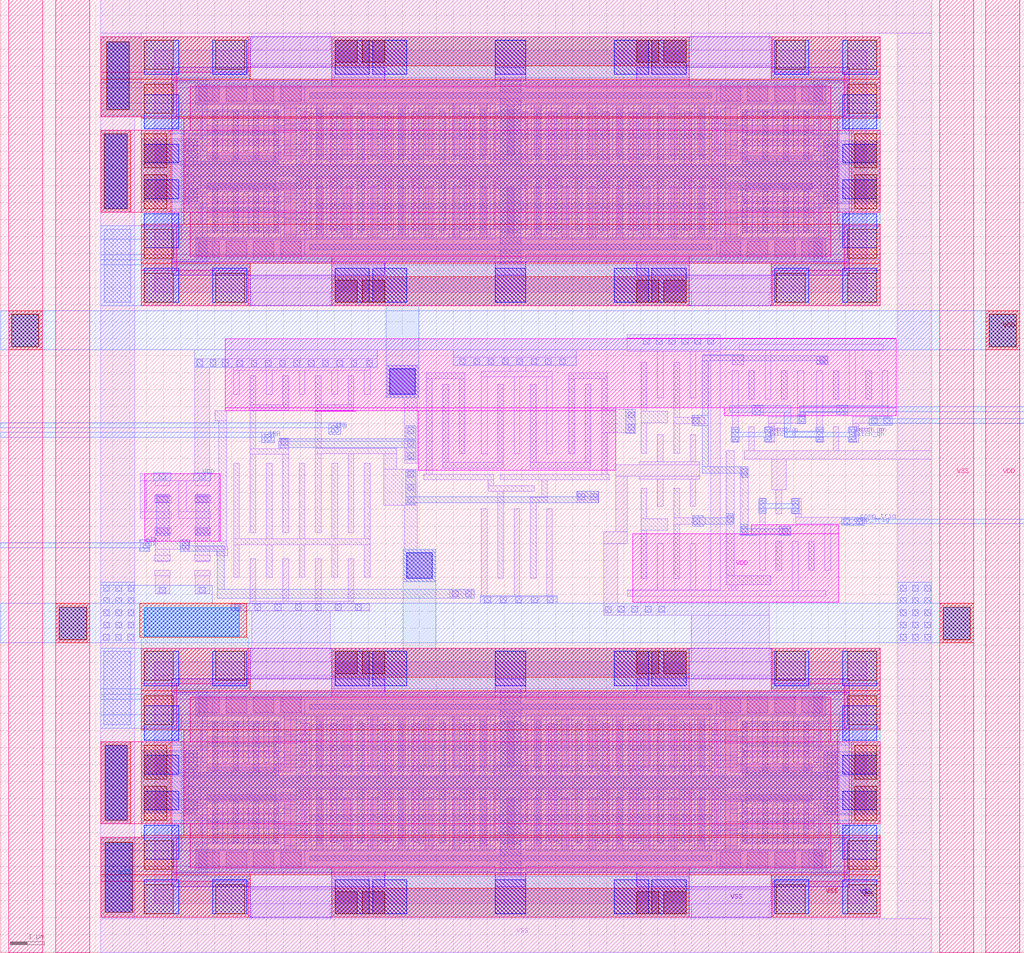
<source format=lef>
VERSION 5.7 ;
  NOWIREEXTENSIONATPIN ON ;
  DIVIDERCHAR "/" ;
  BUSBITCHARS "[]" ;
MACRO adc_comp_latch
  CLASS BLOCK ;
  FOREIGN adc_comp_latch ;
  ORIGIN 2.790 -13.980 ;
  SIZE 30.050 BY 27.980 ;
  PIN latch_q
    ANTENNAGATEAREA 0.303000 ;
    ANTENNADIFFAREA 0.756400 ;
    PORT
      LAYER li1 ;
        RECT 18.690 28.960 18.860 31.070 ;
        RECT 20.610 29.760 20.780 31.070 ;
        RECT 21.750 29.790 22.080 30.050 ;
        RECT 20.610 29.710 20.850 29.760 ;
        RECT 19.750 29.520 20.850 29.710 ;
        RECT 19.750 29.420 19.920 29.520 ;
        RECT 19.650 28.960 19.920 29.420 ;
      LAYER mcon ;
        RECT 21.830 29.840 22.000 30.010 ;
        RECT 20.650 29.560 20.820 29.730 ;
        RECT 18.690 29.040 18.860 29.340 ;
        RECT 19.650 29.040 19.820 29.340 ;
      LAYER met1 ;
        RECT 21.750 30.040 22.080 30.050 ;
        RECT 21.690 30.030 23.280 30.040 ;
        RECT 20.670 30.000 23.280 30.030 ;
        RECT 20.670 29.860 27.260 30.000 ;
        RECT 20.670 29.850 22.080 29.860 ;
        RECT 20.670 29.790 20.850 29.850 ;
        RECT 21.750 29.790 22.080 29.850 ;
        RECT 20.610 29.500 20.850 29.790 ;
        RECT 18.660 29.260 18.890 29.400 ;
        RECT 19.620 29.260 19.850 29.400 ;
        RECT 18.660 29.120 19.850 29.260 ;
        RECT 18.660 28.980 18.890 29.120 ;
        RECT 19.620 28.980 19.850 29.120 ;
    END
  END latch_q
  PIN latch_qn
    ANTENNAGATEAREA 0.303000 ;
    ANTENNADIFFAREA 0.756400 ;
    PORT
      LAYER li1 ;
        RECT 19.270 29.790 19.600 30.050 ;
        RECT 21.170 28.960 21.340 31.070 ;
        RECT 23.090 29.710 23.260 31.070 ;
        RECT 22.230 29.520 23.380 29.710 ;
        RECT 22.230 29.420 22.400 29.520 ;
        RECT 22.710 29.470 23.380 29.520 ;
        RECT 22.130 28.960 22.400 29.420 ;
      LAYER mcon ;
        RECT 19.350 29.840 19.520 30.010 ;
        RECT 22.770 29.500 22.950 29.680 ;
        RECT 23.140 29.500 23.320 29.680 ;
        RECT 21.170 29.040 21.340 29.340 ;
        RECT 22.130 29.040 22.300 29.340 ;
      LAYER met1 ;
        RECT 19.270 30.030 19.600 30.050 ;
        RECT 18.610 29.850 20.400 30.030 ;
        RECT 19.270 29.790 19.600 29.850 ;
        RECT 20.220 29.290 20.400 29.850 ;
        RECT 22.710 29.660 23.380 29.710 ;
        RECT 22.710 29.520 27.260 29.660 ;
        RECT 22.710 29.470 23.380 29.520 ;
        RECT 21.140 29.290 21.370 29.400 ;
        RECT 20.220 29.260 21.370 29.290 ;
        RECT 22.100 29.260 22.330 29.400 ;
        RECT 20.220 29.120 22.330 29.260 ;
        RECT 20.220 29.110 21.370 29.120 ;
        RECT 21.140 28.980 21.370 29.110 ;
        RECT 22.100 28.980 22.330 29.120 ;
    END
  END latch_qn
  PIN comp_trig
    ANTENNADIFFAREA 0.756400 ;
    PORT
      LAYER li1 ;
        RECT 19.490 25.210 19.660 27.320 ;
        RECT 20.450 26.860 20.720 27.320 ;
        RECT 20.550 26.760 20.720 26.860 ;
        RECT 20.550 26.570 22.580 26.760 ;
        RECT 21.410 25.210 21.580 26.570 ;
        RECT 21.900 26.520 22.580 26.570 ;
      LAYER mcon ;
        RECT 19.490 26.940 19.660 27.240 ;
        RECT 20.450 26.940 20.620 27.240 ;
        RECT 21.960 26.550 22.140 26.730 ;
        RECT 22.340 26.550 22.520 26.730 ;
      LAYER met1 ;
        RECT 19.460 27.160 19.690 27.300 ;
        RECT 20.420 27.160 20.650 27.300 ;
        RECT 19.460 27.020 20.650 27.160 ;
        RECT 19.460 26.880 19.690 27.020 ;
        RECT 20.420 26.880 20.650 27.020 ;
        RECT 21.900 26.710 22.580 26.760 ;
        RECT 21.900 26.570 27.260 26.710 ;
        RECT 21.900 26.520 22.580 26.570 ;
    END
  END comp_trig
  PIN VSS
    ANTENNADIFFAREA 79.479301 ;
    PORT
      LAYER pwell ;
        RECT 4.530 39.970 6.930 40.870 ;
        RECT 17.430 39.970 19.830 40.870 ;
        RECT 2.230 39.570 8.480 39.970 ;
        RECT 11.730 39.570 12.630 39.970 ;
        RECT 15.880 39.570 22.130 39.970 ;
        RECT 2.230 34.270 22.130 39.570 ;
        RECT 2.230 33.870 8.480 34.270 ;
        RECT 11.730 33.870 12.630 34.270 ;
        RECT 15.880 33.870 22.130 34.270 ;
        RECT 4.530 32.970 6.930 33.870 ;
        RECT 17.430 32.970 19.830 33.870 ;
        RECT 4.530 22.020 6.930 22.920 ;
        RECT 17.430 22.020 19.830 22.920 ;
        RECT 2.230 21.620 8.480 22.020 ;
        RECT 11.730 21.620 12.630 22.020 ;
        RECT 15.880 21.620 22.130 22.020 ;
        RECT 2.230 16.320 22.130 21.620 ;
        RECT 2.230 15.920 8.480 16.320 ;
        RECT 11.730 15.920 12.630 16.320 ;
        RECT 15.880 15.920 22.130 16.320 ;
        RECT 4.530 15.020 6.930 15.920 ;
        RECT 17.430 15.020 19.830 15.920 ;
      LAYER li1 ;
        RECT 0.150 40.970 24.540 41.960 ;
        RECT 0.150 38.520 1.330 40.970 ;
        RECT 4.580 40.470 6.880 40.970 ;
        RECT 17.480 40.470 19.780 40.970 ;
        RECT 1.730 40.070 22.630 40.470 ;
        RECT 0.150 14.970 1.140 38.520 ;
        RECT 1.730 33.770 2.130 40.070 ;
        RECT 4.580 40.020 6.880 40.070 ;
        RECT 17.480 40.020 19.780 40.070 ;
        RECT 2.930 38.870 21.430 39.470 ;
        RECT 5.530 38.270 5.880 38.870 ;
        RECT 3.280 38.070 5.880 38.270 ;
        RECT 5.530 37.470 5.880 38.070 ;
        RECT 3.280 37.270 5.880 37.470 ;
        RECT 6.480 37.370 6.680 38.870 ;
        RECT 7.280 37.370 7.480 38.870 ;
        RECT 8.080 37.370 8.280 38.870 ;
        RECT 8.880 37.370 9.080 38.870 ;
        RECT 9.680 37.370 9.880 38.870 ;
        RECT 10.480 37.370 10.680 38.870 ;
        RECT 11.280 37.370 11.480 38.870 ;
        RECT 12.080 37.370 12.280 38.870 ;
        RECT 12.880 37.370 13.080 38.870 ;
        RECT 13.680 37.370 13.880 38.870 ;
        RECT 14.480 37.370 14.680 38.870 ;
        RECT 15.280 37.370 15.480 38.870 ;
        RECT 16.080 37.370 16.280 38.870 ;
        RECT 16.880 37.370 17.080 38.870 ;
        RECT 17.680 37.370 17.880 38.870 ;
        RECT 18.480 38.270 18.830 38.870 ;
        RECT 18.480 38.070 21.080 38.270 ;
        RECT 18.480 37.470 18.830 38.070 ;
        RECT 18.480 37.270 21.030 37.470 ;
        RECT 3.280 36.370 5.880 36.570 ;
        RECT 5.530 35.770 5.880 36.370 ;
        RECT 3.280 35.570 5.880 35.770 ;
        RECT 5.530 34.970 5.880 35.570 ;
        RECT 6.480 34.970 6.680 36.470 ;
        RECT 7.280 34.970 7.480 36.470 ;
        RECT 8.080 34.970 8.280 36.470 ;
        RECT 8.880 34.970 9.080 36.470 ;
        RECT 9.680 34.970 9.880 36.470 ;
        RECT 10.480 34.970 10.680 36.470 ;
        RECT 11.280 34.970 11.480 36.470 ;
        RECT 12.080 34.970 12.280 36.470 ;
        RECT 12.880 34.970 13.080 36.470 ;
        RECT 13.680 34.970 13.880 36.470 ;
        RECT 14.480 34.970 14.680 36.470 ;
        RECT 15.280 34.970 15.480 36.470 ;
        RECT 16.080 34.970 16.280 36.470 ;
        RECT 16.880 34.970 17.080 36.470 ;
        RECT 17.680 34.970 17.880 36.470 ;
        RECT 18.480 36.370 21.030 36.570 ;
        RECT 18.480 35.770 18.830 36.370 ;
        RECT 18.480 35.570 21.080 35.770 ;
        RECT 18.480 34.970 18.830 35.570 ;
        RECT 2.930 34.370 21.430 34.970 ;
        RECT 4.580 33.770 6.880 33.820 ;
        RECT 17.480 33.770 19.780 33.820 ;
        RECT 22.230 33.770 22.630 40.070 ;
        RECT 1.730 33.370 22.630 33.770 ;
        RECT 4.580 32.970 6.880 33.370 ;
        RECT 17.480 32.970 19.780 33.370 ;
        RECT 16.490 28.390 16.660 29.180 ;
        RECT 17.450 28.390 17.620 29.180 ;
        RECT 19.170 28.720 19.340 29.420 ;
        RECT 21.650 28.720 21.820 29.420 ;
        RECT 23.550 28.720 24.540 40.970 ;
        RECT 19.040 28.460 24.540 28.720 ;
        RECT 15.950 28.300 17.730 28.390 ;
        RECT 15.270 27.960 17.730 28.300 ;
        RECT 1.730 25.040 2.190 25.210 ;
        RECT 2.900 25.040 3.360 25.210 ;
        RECT 1.750 24.510 2.170 25.040 ;
        RECT 2.920 24.510 3.340 25.040 ;
        RECT 4.530 24.290 4.700 25.550 ;
        RECT 5.490 24.290 5.660 25.540 ;
        RECT 6.450 24.290 6.620 25.540 ;
        RECT 7.410 24.290 7.580 25.540 ;
        RECT 11.320 24.430 11.490 27.010 ;
        RECT 12.280 24.430 12.450 27.010 ;
        RECT 13.240 24.430 13.410 27.010 ;
        RECT 15.270 26.330 15.610 27.960 ;
        RECT 15.950 27.870 17.730 27.960 ;
        RECT 16.490 27.080 16.660 27.870 ;
        RECT 17.450 27.080 17.620 27.870 ;
        RECT 19.850 27.570 20.280 28.460 ;
        RECT 19.970 26.860 20.140 27.570 ;
        RECT 14.920 25.990 15.610 26.330 ;
        RECT 4.530 24.220 7.580 24.290 ;
        RECT 11.290 24.240 13.550 24.430 ;
        RECT 14.920 24.240 15.320 25.990 ;
        RECT 3.960 24.010 8.050 24.220 ;
        RECT 4.580 22.520 6.880 24.010 ;
        RECT 14.920 23.890 19.780 24.240 ;
        RECT 17.480 22.520 19.780 23.890 ;
        RECT 1.730 22.120 22.630 22.520 ;
        RECT 1.730 15.820 2.130 22.120 ;
        RECT 4.580 22.070 6.880 22.120 ;
        RECT 17.480 22.070 19.780 22.120 ;
        RECT 2.930 20.920 21.430 21.520 ;
        RECT 5.530 20.320 5.880 20.920 ;
        RECT 3.280 20.120 5.880 20.320 ;
        RECT 5.530 19.520 5.880 20.120 ;
        RECT 3.280 19.320 5.880 19.520 ;
        RECT 6.480 19.420 6.680 20.920 ;
        RECT 7.280 19.420 7.480 20.920 ;
        RECT 8.080 19.420 8.280 20.920 ;
        RECT 8.880 19.420 9.080 20.920 ;
        RECT 9.680 19.420 9.880 20.920 ;
        RECT 10.480 19.420 10.680 20.920 ;
        RECT 11.280 19.420 11.480 20.920 ;
        RECT 12.080 19.420 12.280 20.920 ;
        RECT 12.880 19.420 13.080 20.920 ;
        RECT 13.680 19.420 13.880 20.920 ;
        RECT 14.480 19.420 14.680 20.920 ;
        RECT 15.280 19.420 15.480 20.920 ;
        RECT 16.080 19.420 16.280 20.920 ;
        RECT 16.880 19.420 17.080 20.920 ;
        RECT 17.680 19.420 17.880 20.920 ;
        RECT 18.480 20.320 18.830 20.920 ;
        RECT 18.480 20.120 21.080 20.320 ;
        RECT 18.480 19.520 18.830 20.120 ;
        RECT 18.480 19.320 21.030 19.520 ;
        RECT 3.280 18.420 5.880 18.620 ;
        RECT 5.530 17.820 5.880 18.420 ;
        RECT 3.280 17.620 5.880 17.820 ;
        RECT 5.530 17.020 5.880 17.620 ;
        RECT 6.480 17.020 6.680 18.520 ;
        RECT 7.280 17.020 7.480 18.520 ;
        RECT 8.080 17.020 8.280 18.520 ;
        RECT 8.880 17.020 9.080 18.520 ;
        RECT 9.680 17.020 9.880 18.520 ;
        RECT 10.480 17.020 10.680 18.520 ;
        RECT 11.280 17.020 11.480 18.520 ;
        RECT 12.080 17.020 12.280 18.520 ;
        RECT 12.880 17.020 13.080 18.520 ;
        RECT 13.680 17.020 13.880 18.520 ;
        RECT 14.480 17.020 14.680 18.520 ;
        RECT 15.280 17.020 15.480 18.520 ;
        RECT 16.080 17.020 16.280 18.520 ;
        RECT 16.880 17.020 17.080 18.520 ;
        RECT 17.680 17.020 17.880 18.520 ;
        RECT 18.480 18.420 21.030 18.620 ;
        RECT 18.480 17.820 18.830 18.420 ;
        RECT 18.480 17.620 21.080 17.820 ;
        RECT 18.480 17.020 18.830 17.620 ;
        RECT 2.930 16.420 21.430 17.020 ;
        RECT 4.580 15.820 6.880 15.870 ;
        RECT 17.480 15.820 19.780 15.870 ;
        RECT 22.230 15.820 22.630 22.120 ;
        RECT 1.730 15.420 22.630 15.820 ;
        RECT 4.580 14.970 6.880 15.420 ;
        RECT 17.480 14.970 19.780 15.420 ;
        RECT 23.550 14.970 24.540 28.460 ;
        RECT 0.150 13.980 24.540 14.970 ;
      LAYER mcon ;
        RECT 0.330 38.720 0.980 40.720 ;
        RECT 0.250 35.820 0.930 38.020 ;
        RECT 0.250 33.070 1.030 35.220 ;
        RECT 3.030 38.970 3.630 39.470 ;
        RECT 3.830 38.970 4.430 39.470 ;
        RECT 4.630 38.970 5.230 39.470 ;
        RECT 5.430 38.970 6.030 39.470 ;
        RECT 18.330 38.970 18.930 39.470 ;
        RECT 19.130 38.970 19.730 39.470 ;
        RECT 19.930 38.970 20.530 39.470 ;
        RECT 20.730 38.970 21.330 39.470 ;
        RECT 3.030 34.370 3.630 34.870 ;
        RECT 3.830 34.370 4.430 34.870 ;
        RECT 4.630 34.370 5.230 34.870 ;
        RECT 5.430 34.370 6.030 34.870 ;
        RECT 18.330 34.370 18.930 34.870 ;
        RECT 19.130 34.370 19.730 34.870 ;
        RECT 19.930 34.370 20.530 34.870 ;
        RECT 20.730 34.370 21.330 34.870 ;
        RECT 0.230 24.590 0.400 24.760 ;
        RECT 0.590 24.590 0.760 24.760 ;
        RECT 0.950 24.590 1.120 24.760 ;
        RECT 1.870 24.540 2.050 24.710 ;
        RECT 3.040 24.540 3.220 24.710 ;
        RECT 0.230 24.230 0.400 24.400 ;
        RECT 0.590 24.230 0.760 24.400 ;
        RECT 0.950 24.230 1.120 24.400 ;
        RECT 11.410 24.250 11.590 24.430 ;
        RECT 11.870 24.250 12.050 24.430 ;
        RECT 12.330 24.250 12.510 24.430 ;
        RECT 12.790 24.250 12.970 24.430 ;
        RECT 13.250 24.250 13.430 24.430 ;
        RECT 23.620 24.590 23.790 24.760 ;
        RECT 23.980 24.590 24.150 24.760 ;
        RECT 24.340 24.590 24.510 24.760 ;
        RECT 0.230 23.870 0.400 24.040 ;
        RECT 0.590 23.870 0.760 24.040 ;
        RECT 0.950 23.870 1.120 24.040 ;
        RECT 4.080 24.030 4.260 24.210 ;
        RECT 4.670 24.030 4.850 24.210 ;
        RECT 5.260 24.030 5.440 24.210 ;
        RECT 5.850 24.030 6.030 24.210 ;
        RECT 6.440 24.030 6.620 24.210 ;
        RECT 7.030 24.030 7.210 24.210 ;
        RECT 7.620 24.030 7.800 24.210 ;
        RECT 0.230 23.510 0.400 23.680 ;
        RECT 0.590 23.510 0.760 23.680 ;
        RECT 0.950 23.510 1.120 23.680 ;
        RECT 0.220 23.150 0.390 23.320 ;
        RECT 0.580 23.150 0.750 23.320 ;
        RECT 0.940 23.150 1.110 23.320 ;
        RECT 0.240 20.670 1.030 22.820 ;
        RECT 14.960 23.960 15.140 24.140 ;
        RECT 15.330 23.970 15.510 24.150 ;
        RECT 15.730 23.970 15.910 24.150 ;
        RECT 16.130 23.970 16.310 24.150 ;
        RECT 16.530 23.970 16.710 24.150 ;
        RECT 23.620 24.230 23.790 24.400 ;
        RECT 23.980 24.230 24.150 24.400 ;
        RECT 24.340 24.230 24.510 24.400 ;
        RECT 23.620 23.870 23.790 24.040 ;
        RECT 23.980 23.870 24.150 24.040 ;
        RECT 24.340 23.870 24.510 24.040 ;
        RECT 23.620 23.510 23.790 23.680 ;
        RECT 23.980 23.510 24.150 23.680 ;
        RECT 24.340 23.510 24.510 23.680 ;
        RECT 23.620 23.150 23.790 23.320 ;
        RECT 23.980 23.150 24.150 23.320 ;
        RECT 24.340 23.150 24.510 23.320 ;
        RECT 0.280 17.870 0.930 20.070 ;
        RECT 0.280 15.170 1.080 17.220 ;
        RECT 3.030 21.020 3.630 21.520 ;
        RECT 3.830 21.020 4.430 21.520 ;
        RECT 4.630 21.020 5.230 21.520 ;
        RECT 5.430 21.020 6.030 21.520 ;
        RECT 18.330 21.020 18.930 21.520 ;
        RECT 19.130 21.020 19.730 21.520 ;
        RECT 19.930 21.020 20.530 21.520 ;
        RECT 20.730 21.020 21.330 21.520 ;
        RECT 3.030 16.420 3.630 16.920 ;
        RECT 3.830 16.420 4.430 16.920 ;
        RECT 4.630 16.420 5.230 16.920 ;
        RECT 5.430 16.420 6.030 16.920 ;
        RECT 18.330 16.420 18.930 16.920 ;
        RECT 19.130 16.420 19.730 16.920 ;
        RECT 19.930 16.420 20.530 16.920 ;
        RECT 20.730 16.420 21.330 16.920 ;
      LAYER met1 ;
        RECT 0.150 39.670 4.530 40.870 ;
        RECT 19.830 39.670 23.030 40.870 ;
        RECT 0.150 39.520 3.630 39.670 ;
        RECT 20.730 39.520 23.030 39.670 ;
        RECT 0.150 39.370 11.730 39.520 ;
        RECT 12.630 39.370 23.030 39.520 ;
        RECT 0.150 38.920 6.130 39.370 ;
        RECT 18.230 38.920 23.030 39.370 ;
        RECT 0.150 38.520 2.530 38.920 ;
        RECT 2.980 38.870 11.730 38.920 ;
        RECT 0.150 35.720 1.030 38.120 ;
        RECT 1.330 38.020 2.530 38.520 ;
        RECT 3.130 37.520 3.280 38.870 ;
        RECT 3.730 37.520 3.880 38.870 ;
        RECT 4.330 37.520 4.480 38.870 ;
        RECT 4.930 37.520 5.080 38.870 ;
        RECT 5.530 38.770 11.730 38.870 ;
        RECT 12.630 38.870 21.380 38.920 ;
        RECT 12.630 38.770 18.830 38.870 ;
        RECT 5.530 38.320 6.130 38.770 ;
        RECT 18.230 38.320 18.830 38.770 ;
        RECT 5.530 38.170 11.730 38.320 ;
        RECT 12.630 38.170 18.830 38.320 ;
        RECT 5.530 37.720 6.130 38.170 ;
        RECT 18.230 37.720 18.830 38.170 ;
        RECT 5.530 37.570 11.730 37.720 ;
        RECT 12.630 37.570 18.830 37.720 ;
        RECT 5.530 37.370 6.130 37.570 ;
        RECT 18.230 37.370 18.830 37.570 ;
        RECT 19.280 37.520 19.430 38.870 ;
        RECT 19.880 37.520 20.030 38.870 ;
        RECT 20.480 37.520 20.630 38.870 ;
        RECT 21.080 37.520 21.230 38.870 ;
        RECT 21.830 38.020 23.030 38.920 ;
        RECT 1.330 35.320 2.530 35.820 ;
        RECT 0.150 34.920 2.530 35.320 ;
        RECT 3.130 34.970 3.280 36.270 ;
        RECT 3.730 34.970 3.880 36.270 ;
        RECT 4.330 34.970 4.480 36.270 ;
        RECT 4.930 34.970 5.080 36.270 ;
        RECT 5.530 36.120 11.730 36.270 ;
        RECT 12.630 36.120 18.830 36.270 ;
        RECT 5.530 35.670 6.130 36.120 ;
        RECT 18.230 35.670 18.830 36.120 ;
        RECT 5.530 35.520 11.730 35.670 ;
        RECT 12.630 35.520 18.830 35.670 ;
        RECT 5.530 35.070 6.130 35.520 ;
        RECT 18.230 35.070 18.830 35.520 ;
        RECT 5.530 34.970 11.730 35.070 ;
        RECT 2.980 34.920 11.730 34.970 ;
        RECT 12.630 34.970 18.830 35.070 ;
        RECT 19.280 34.970 19.430 36.270 ;
        RECT 19.880 34.970 20.030 36.270 ;
        RECT 20.480 34.970 20.630 36.270 ;
        RECT 21.080 34.970 21.230 36.270 ;
        RECT 12.630 34.920 21.380 34.970 ;
        RECT 21.830 34.920 23.030 35.820 ;
        RECT 0.150 34.470 6.130 34.920 ;
        RECT 18.230 34.470 23.030 34.920 ;
        RECT 0.150 34.320 11.730 34.470 ;
        RECT 12.630 34.320 23.030 34.470 ;
        RECT 0.150 34.170 3.630 34.320 ;
        RECT 20.730 34.170 23.030 34.320 ;
        RECT 0.150 32.970 4.530 34.170 ;
        RECT 19.830 32.970 23.030 34.170 ;
        RECT 0.150 24.760 1.150 24.860 ;
        RECT 0.150 24.240 3.420 24.760 ;
        RECT 11.290 24.240 13.550 24.460 ;
        RECT 23.550 24.240 24.540 24.860 ;
        RECT -2.790 23.080 25.780 24.240 ;
        RECT 0.140 21.720 4.530 22.920 ;
        RECT 19.830 21.720 23.030 22.920 ;
        RECT 0.140 21.570 3.630 21.720 ;
        RECT 20.730 21.570 23.030 21.720 ;
        RECT 0.140 21.420 11.730 21.570 ;
        RECT 12.630 21.420 23.030 21.570 ;
        RECT 0.140 20.970 6.130 21.420 ;
        RECT 18.230 20.970 23.030 21.420 ;
        RECT 0.140 20.570 2.530 20.970 ;
        RECT 2.980 20.920 11.730 20.970 ;
        RECT 0.150 17.770 1.030 20.170 ;
        RECT 1.330 20.070 2.530 20.570 ;
        RECT 3.130 19.570 3.280 20.920 ;
        RECT 3.730 19.570 3.880 20.920 ;
        RECT 4.330 19.570 4.480 20.920 ;
        RECT 4.930 19.570 5.080 20.920 ;
        RECT 5.530 20.820 11.730 20.920 ;
        RECT 12.630 20.920 21.380 20.970 ;
        RECT 12.630 20.820 18.830 20.920 ;
        RECT 5.530 20.370 6.130 20.820 ;
        RECT 18.230 20.370 18.830 20.820 ;
        RECT 5.530 20.220 11.730 20.370 ;
        RECT 12.630 20.220 18.830 20.370 ;
        RECT 5.530 19.770 6.130 20.220 ;
        RECT 18.230 19.770 18.830 20.220 ;
        RECT 5.530 19.620 11.730 19.770 ;
        RECT 12.630 19.620 18.830 19.770 ;
        RECT 5.530 19.420 6.130 19.620 ;
        RECT 18.230 19.420 18.830 19.620 ;
        RECT 19.280 19.570 19.430 20.920 ;
        RECT 19.880 19.570 20.030 20.920 ;
        RECT 20.480 19.570 20.630 20.920 ;
        RECT 21.080 19.570 21.230 20.920 ;
        RECT 21.830 20.070 23.030 20.970 ;
        RECT 1.330 17.370 2.530 17.870 ;
        RECT 0.150 16.970 2.530 17.370 ;
        RECT 3.130 17.020 3.280 18.320 ;
        RECT 3.730 17.020 3.880 18.320 ;
        RECT 4.330 17.020 4.480 18.320 ;
        RECT 4.930 17.020 5.080 18.320 ;
        RECT 5.530 18.170 11.730 18.320 ;
        RECT 12.630 18.170 18.830 18.320 ;
        RECT 5.530 17.720 6.130 18.170 ;
        RECT 18.230 17.720 18.830 18.170 ;
        RECT 5.530 17.570 11.730 17.720 ;
        RECT 12.630 17.570 18.830 17.720 ;
        RECT 5.530 17.120 6.130 17.570 ;
        RECT 18.230 17.120 18.830 17.570 ;
        RECT 5.530 17.020 11.730 17.120 ;
        RECT 2.980 16.970 11.730 17.020 ;
        RECT 12.630 17.020 18.830 17.120 ;
        RECT 19.280 17.020 19.430 18.320 ;
        RECT 19.880 17.020 20.030 18.320 ;
        RECT 20.480 17.020 20.630 18.320 ;
        RECT 21.080 17.020 21.230 18.320 ;
        RECT 12.630 16.970 21.380 17.020 ;
        RECT 21.830 16.970 23.030 17.870 ;
        RECT 0.150 16.520 6.130 16.970 ;
        RECT 18.230 16.520 23.030 16.970 ;
        RECT 0.150 16.370 11.730 16.520 ;
        RECT 12.630 16.370 23.030 16.520 ;
        RECT 0.150 16.220 3.630 16.370 ;
        RECT 20.730 16.220 23.030 16.370 ;
        RECT 0.150 15.020 4.530 16.220 ;
        RECT 19.830 15.020 23.030 16.220 ;
      LAYER via ;
        RECT 0.330 38.720 0.980 40.720 ;
        RECT 1.430 39.770 2.430 40.770 ;
        RECT 3.430 39.770 4.430 40.770 ;
        RECT 19.930 39.770 20.930 40.770 ;
        RECT 21.930 39.770 22.930 40.770 ;
        RECT 1.430 38.170 2.430 39.170 ;
        RECT 0.250 35.820 0.930 38.020 ;
        RECT 21.930 38.170 22.930 39.170 ;
        RECT 1.430 34.670 2.430 35.670 ;
        RECT 21.930 34.670 22.930 35.670 ;
        RECT 1.430 33.070 2.430 34.070 ;
        RECT 3.430 33.070 4.430 34.070 ;
        RECT 19.930 33.070 20.930 34.070 ;
        RECT 21.930 33.070 22.930 34.070 ;
        RECT -1.070 23.170 -0.270 24.120 ;
        RECT 1.430 23.270 4.210 24.100 ;
        RECT 24.880 23.170 25.680 24.120 ;
        RECT 1.430 21.820 2.430 22.820 ;
        RECT 3.430 21.820 4.430 22.820 ;
        RECT 19.930 21.820 20.930 22.820 ;
        RECT 21.930 21.820 22.930 22.820 ;
        RECT 1.430 20.220 2.430 21.220 ;
        RECT 0.280 17.870 0.930 20.070 ;
        RECT 21.930 20.220 22.930 21.220 ;
        RECT 0.280 15.170 1.080 17.220 ;
        RECT 1.430 16.720 2.430 17.720 ;
        RECT 21.930 16.720 22.930 17.720 ;
        RECT 1.430 15.120 2.430 16.120 ;
        RECT 3.430 15.120 4.430 16.120 ;
        RECT 19.930 15.120 20.930 16.120 ;
        RECT 21.930 15.120 22.930 16.120 ;
      LAYER met2 ;
        RECT 0.150 39.670 4.530 40.870 ;
        RECT 19.830 39.670 23.030 40.870 ;
        RECT 0.150 38.720 3.280 39.670 ;
        RECT 21.080 38.720 23.030 39.670 ;
        RECT 0.150 38.570 5.280 38.720 ;
        RECT 0.150 38.520 3.280 38.570 ;
        RECT 1.330 38.120 3.280 38.520 ;
        RECT 0.150 35.720 1.030 38.120 ;
        RECT 1.330 38.020 5.280 38.120 ;
        RECT 2.730 37.970 5.280 38.020 ;
        RECT 2.730 37.370 3.280 37.970 ;
        RECT 2.730 37.070 5.280 37.370 ;
        RECT 5.880 37.070 6.030 38.720 ;
        RECT 6.480 37.070 6.630 38.720 ;
        RECT 7.080 37.070 7.230 38.720 ;
        RECT 7.680 37.070 7.830 38.720 ;
        RECT 8.280 37.070 8.430 38.720 ;
        RECT 8.880 37.070 9.030 38.720 ;
        RECT 9.480 37.070 9.630 38.720 ;
        RECT 10.080 37.070 10.230 38.720 ;
        RECT 10.680 37.070 10.830 38.720 ;
        RECT 11.280 37.070 11.430 38.720 ;
        RECT 11.880 37.070 12.480 38.720 ;
        RECT 12.930 37.070 13.080 38.720 ;
        RECT 13.530 37.070 13.680 38.720 ;
        RECT 14.130 37.070 14.280 38.720 ;
        RECT 14.730 37.070 14.880 38.720 ;
        RECT 15.330 37.070 15.480 38.720 ;
        RECT 15.930 37.070 16.080 38.720 ;
        RECT 16.530 37.070 16.680 38.720 ;
        RECT 17.130 37.070 17.280 38.720 ;
        RECT 17.730 37.070 17.880 38.720 ;
        RECT 18.330 37.070 18.480 38.720 ;
        RECT 19.080 38.570 23.030 38.720 ;
        RECT 21.080 38.120 23.030 38.570 ;
        RECT 19.080 38.020 23.030 38.120 ;
        RECT 19.080 37.970 21.630 38.020 ;
        RECT 21.080 37.370 21.630 37.970 ;
        RECT 19.080 37.070 21.630 37.370 ;
        RECT 2.730 36.770 21.630 37.070 ;
        RECT 2.730 36.320 5.280 36.770 ;
        RECT 2.730 35.870 3.280 36.320 ;
        RECT 2.730 35.820 5.280 35.870 ;
        RECT 1.330 35.720 5.280 35.820 ;
        RECT 1.330 35.270 3.280 35.720 ;
        RECT 1.330 35.120 5.280 35.270 ;
        RECT 5.880 35.120 6.030 36.770 ;
        RECT 6.480 35.120 6.630 36.770 ;
        RECT 7.080 35.120 7.230 36.770 ;
        RECT 7.680 35.120 7.830 36.770 ;
        RECT 8.280 35.120 8.430 36.770 ;
        RECT 8.880 35.120 9.030 36.770 ;
        RECT 9.480 35.120 9.630 36.770 ;
        RECT 10.080 35.120 10.230 36.770 ;
        RECT 10.680 35.120 10.830 36.770 ;
        RECT 11.280 35.120 11.430 36.770 ;
        RECT 11.880 35.120 12.480 36.770 ;
        RECT 12.930 35.120 13.080 36.770 ;
        RECT 13.530 35.120 13.680 36.770 ;
        RECT 14.130 35.120 14.280 36.770 ;
        RECT 14.730 35.120 14.880 36.770 ;
        RECT 15.330 35.120 15.480 36.770 ;
        RECT 15.930 35.120 16.080 36.770 ;
        RECT 16.530 35.120 16.680 36.770 ;
        RECT 17.130 35.120 17.280 36.770 ;
        RECT 17.730 35.120 17.880 36.770 ;
        RECT 18.330 35.120 18.480 36.770 ;
        RECT 19.080 36.320 21.630 36.770 ;
        RECT 21.080 35.870 21.630 36.320 ;
        RECT 19.080 35.820 21.630 35.870 ;
        RECT 19.080 35.720 23.030 35.820 ;
        RECT 21.080 35.270 23.030 35.720 ;
        RECT 19.080 35.120 23.030 35.270 ;
        RECT 1.330 34.170 3.280 35.120 ;
        RECT 21.080 34.170 23.030 35.120 ;
        RECT 1.330 32.970 4.530 34.170 ;
        RECT 19.830 32.970 23.030 34.170 ;
        RECT -1.180 23.080 -0.180 24.240 ;
        RECT 1.290 23.240 4.440 24.240 ;
        RECT 1.330 22.920 4.480 23.240 ;
        RECT 24.780 23.080 25.780 24.240 ;
        RECT 1.330 21.720 4.530 22.920 ;
        RECT 19.830 21.720 23.030 22.920 ;
        RECT 1.330 20.770 3.280 21.720 ;
        RECT 21.080 20.770 23.030 21.720 ;
        RECT 1.330 20.620 5.280 20.770 ;
        RECT 1.330 20.170 3.280 20.620 ;
        RECT 0.150 17.770 1.030 20.170 ;
        RECT 1.330 20.070 5.280 20.170 ;
        RECT 2.730 20.020 5.280 20.070 ;
        RECT 2.730 19.420 3.280 20.020 ;
        RECT 2.730 19.120 5.280 19.420 ;
        RECT 5.880 19.120 6.030 20.770 ;
        RECT 6.480 19.120 6.630 20.770 ;
        RECT 7.080 19.120 7.230 20.770 ;
        RECT 7.680 19.120 7.830 20.770 ;
        RECT 8.280 19.120 8.430 20.770 ;
        RECT 8.880 19.120 9.030 20.770 ;
        RECT 9.480 19.120 9.630 20.770 ;
        RECT 10.080 19.120 10.230 20.770 ;
        RECT 10.680 19.120 10.830 20.770 ;
        RECT 11.280 19.120 11.430 20.770 ;
        RECT 11.880 19.120 12.480 20.770 ;
        RECT 12.930 19.120 13.080 20.770 ;
        RECT 13.530 19.120 13.680 20.770 ;
        RECT 14.130 19.120 14.280 20.770 ;
        RECT 14.730 19.120 14.880 20.770 ;
        RECT 15.330 19.120 15.480 20.770 ;
        RECT 15.930 19.120 16.080 20.770 ;
        RECT 16.530 19.120 16.680 20.770 ;
        RECT 17.130 19.120 17.280 20.770 ;
        RECT 17.730 19.120 17.880 20.770 ;
        RECT 18.330 19.120 18.480 20.770 ;
        RECT 19.080 20.620 23.030 20.770 ;
        RECT 21.080 20.170 23.030 20.620 ;
        RECT 19.080 20.070 23.030 20.170 ;
        RECT 19.080 20.020 21.630 20.070 ;
        RECT 21.080 19.420 21.630 20.020 ;
        RECT 19.080 19.120 21.630 19.420 ;
        RECT 2.730 18.820 21.630 19.120 ;
        RECT 2.730 18.370 5.280 18.820 ;
        RECT 2.730 17.920 3.280 18.370 ;
        RECT 2.730 17.870 5.280 17.920 ;
        RECT 1.330 17.770 5.280 17.870 ;
        RECT 1.330 17.370 3.280 17.770 ;
        RECT 0.150 17.320 3.280 17.370 ;
        RECT 0.150 17.170 5.280 17.320 ;
        RECT 5.880 17.170 6.030 18.820 ;
        RECT 6.480 17.170 6.630 18.820 ;
        RECT 7.080 17.170 7.230 18.820 ;
        RECT 7.680 17.170 7.830 18.820 ;
        RECT 8.280 17.170 8.430 18.820 ;
        RECT 8.880 17.170 9.030 18.820 ;
        RECT 9.480 17.170 9.630 18.820 ;
        RECT 10.080 17.170 10.230 18.820 ;
        RECT 10.680 17.170 10.830 18.820 ;
        RECT 11.280 17.170 11.430 18.820 ;
        RECT 11.880 17.170 12.480 18.820 ;
        RECT 12.930 17.170 13.080 18.820 ;
        RECT 13.530 17.170 13.680 18.820 ;
        RECT 14.130 17.170 14.280 18.820 ;
        RECT 14.730 17.170 14.880 18.820 ;
        RECT 15.330 17.170 15.480 18.820 ;
        RECT 15.930 17.170 16.080 18.820 ;
        RECT 16.530 17.170 16.680 18.820 ;
        RECT 17.130 17.170 17.280 18.820 ;
        RECT 17.730 17.170 17.880 18.820 ;
        RECT 18.330 17.170 18.480 18.820 ;
        RECT 19.080 18.370 21.630 18.820 ;
        RECT 21.080 17.920 21.630 18.370 ;
        RECT 19.080 17.870 21.630 17.920 ;
        RECT 19.080 17.770 23.030 17.870 ;
        RECT 21.080 17.320 23.030 17.770 ;
        RECT 19.080 17.170 23.030 17.320 ;
        RECT 0.150 16.220 3.280 17.170 ;
        RECT 21.080 16.220 23.030 17.170 ;
        RECT 0.150 15.020 4.530 16.220 ;
        RECT 19.830 15.020 23.030 16.220 ;
      LAYER via2 ;
        RECT 0.330 38.720 0.980 40.720 ;
        RECT 0.250 35.820 0.930 38.020 ;
        RECT -1.070 23.170 -0.270 24.120 ;
        RECT 1.430 23.270 4.210 24.100 ;
        RECT 24.880 23.170 25.680 24.120 ;
        RECT 0.280 17.870 0.930 20.070 ;
        RECT 0.280 15.170 1.080 17.220 ;
      LAYER met3 ;
        RECT 0.150 39.620 4.530 40.870 ;
        RECT 6.930 40.020 17.430 40.870 ;
        RECT 19.830 39.620 23.030 40.870 ;
        RECT 0.150 38.520 23.030 39.620 ;
        RECT 1.330 38.470 23.030 38.520 ;
        RECT 0.150 35.720 1.030 38.120 ;
        RECT 1.330 35.720 2.180 38.120 ;
        RECT 2.580 35.370 21.780 38.470 ;
        RECT 22.180 35.720 23.030 38.120 ;
        RECT 1.330 34.220 23.030 35.370 ;
        RECT 1.330 32.970 4.530 34.220 ;
        RECT 6.930 32.970 17.430 33.820 ;
        RECT 19.830 32.970 23.030 34.220 ;
        RECT -1.180 23.080 -0.180 24.240 ;
        RECT 1.290 23.240 4.440 24.240 ;
        RECT 24.780 23.080 25.780 24.240 ;
        RECT 1.330 21.670 4.530 22.920 ;
        RECT 6.930 22.070 17.430 22.920 ;
        RECT 19.830 21.670 23.030 22.920 ;
        RECT 1.330 20.520 23.030 21.670 ;
        RECT 0.150 17.770 1.030 20.170 ;
        RECT 1.330 17.770 2.180 20.170 ;
        RECT 2.580 17.420 21.780 20.520 ;
        RECT 22.180 17.770 23.030 20.170 ;
        RECT 1.330 17.370 23.030 17.420 ;
        RECT 0.150 16.270 23.030 17.370 ;
        RECT 0.150 15.020 4.530 16.270 ;
        RECT 6.930 15.020 17.430 15.870 ;
        RECT 19.830 15.020 23.030 16.270 ;
      LAYER via3 ;
        RECT 0.330 38.720 0.980 40.720 ;
        RECT 1.430 39.920 2.280 40.770 ;
        RECT 3.530 39.920 4.380 40.770 ;
        RECT 7.030 40.120 7.680 40.770 ;
        RECT 7.830 40.120 8.480 40.770 ;
        RECT 15.880 40.120 16.530 40.770 ;
        RECT 16.680 40.120 17.330 40.770 ;
        RECT 19.980 39.920 20.830 40.770 ;
        RECT 22.080 39.920 22.930 40.770 ;
        RECT 1.430 38.620 2.280 39.470 ;
        RECT 22.080 38.620 22.930 39.470 ;
        RECT 0.250 35.820 0.930 38.020 ;
        RECT 1.430 37.020 2.080 38.020 ;
        RECT 1.430 35.820 2.080 36.820 ;
        RECT 22.280 37.020 22.930 38.020 ;
        RECT 22.280 35.820 22.930 36.820 ;
        RECT 1.430 34.370 2.280 35.220 ;
        RECT 22.080 34.370 22.930 35.220 ;
        RECT 1.430 33.070 2.280 33.920 ;
        RECT 3.530 33.070 4.380 33.920 ;
        RECT 7.030 33.070 7.680 33.720 ;
        RECT 7.830 33.070 8.480 33.720 ;
        RECT 15.880 33.070 16.530 33.720 ;
        RECT 16.680 33.070 17.330 33.720 ;
        RECT 19.980 33.070 20.830 33.920 ;
        RECT 22.080 33.070 22.930 33.920 ;
        RECT -1.070 23.170 -0.270 24.120 ;
        RECT 24.880 23.170 25.680 24.120 ;
        RECT 1.430 21.970 2.280 22.820 ;
        RECT 3.530 21.970 4.380 22.820 ;
        RECT 7.030 22.170 7.680 22.820 ;
        RECT 7.830 22.170 8.480 22.820 ;
        RECT 15.880 22.170 16.530 22.820 ;
        RECT 16.680 22.170 17.330 22.820 ;
        RECT 19.980 21.970 20.830 22.820 ;
        RECT 22.080 21.970 22.930 22.820 ;
        RECT 1.430 20.670 2.280 21.520 ;
        RECT 22.080 20.670 22.930 21.520 ;
        RECT 0.280 17.870 0.930 20.070 ;
        RECT 1.430 19.070 2.080 20.070 ;
        RECT 1.430 17.870 2.080 18.870 ;
        RECT 22.280 19.070 22.930 20.070 ;
        RECT 22.280 17.870 22.930 18.870 ;
        RECT 0.280 15.170 1.080 17.220 ;
        RECT 1.430 16.420 2.280 17.270 ;
        RECT 22.080 16.420 22.930 17.270 ;
        RECT 1.430 15.120 2.280 15.970 ;
        RECT 3.530 15.120 4.380 15.970 ;
        RECT 7.030 15.120 7.680 15.770 ;
        RECT 7.830 15.120 8.480 15.770 ;
        RECT 15.880 15.120 16.530 15.770 ;
        RECT 16.680 15.120 17.330 15.770 ;
        RECT 19.980 15.120 20.830 15.970 ;
        RECT 22.080 15.120 22.930 15.970 ;
      LAYER met4 ;
        RECT -1.180 13.980 -0.180 41.960 ;
        RECT 0.150 39.820 4.480 40.870 ;
        RECT 0.150 38.520 2.380 39.820 ;
        RECT 6.930 39.420 17.430 40.870 ;
        RECT 19.880 39.820 23.030 40.870 ;
        RECT 2.780 38.120 21.580 39.420 ;
        RECT 21.980 38.520 23.030 39.820 ;
        RECT 0.150 35.720 23.030 38.120 ;
        RECT 1.330 34.020 2.380 35.320 ;
        RECT 2.780 34.420 21.580 35.720 ;
        RECT 1.330 32.970 4.480 34.020 ;
        RECT 6.930 32.970 17.430 34.420 ;
        RECT 21.980 34.020 23.030 35.320 ;
        RECT 19.880 32.970 23.030 34.020 ;
        RECT 1.330 21.870 4.480 22.920 ;
        RECT 1.330 20.570 2.380 21.870 ;
        RECT 6.930 21.470 17.430 22.920 ;
        RECT 19.880 21.870 23.030 22.920 ;
        RECT 2.780 20.170 21.580 21.470 ;
        RECT 21.980 20.570 23.030 21.870 ;
        RECT 0.150 17.770 23.030 20.170 ;
        RECT 0.150 16.070 2.380 17.370 ;
        RECT 2.780 16.470 21.580 17.770 ;
        RECT 0.150 15.020 4.480 16.070 ;
        RECT 6.930 15.020 17.430 16.470 ;
        RECT 21.980 16.070 23.030 17.370 ;
        RECT 19.880 15.020 23.030 16.070 ;
        RECT 24.780 13.980 25.780 41.960 ;
    END
  END VSS
  PIN VDD
    ANTENNADIFFAREA 8.718300 ;
    PORT
      LAYER nwell ;
        RECT 15.590 32.000 23.500 32.020 ;
        RECT 3.800 29.980 23.500 32.000 ;
        RECT 3.800 29.890 15.260 29.980 ;
        RECT 6.430 29.880 7.640 29.890 ;
        RECT 9.470 28.140 15.260 29.890 ;
        RECT 18.450 29.740 23.500 29.980 ;
        RECT 1.440 26.050 3.650 28.040 ;
        RECT 19.250 26.280 21.820 26.540 ;
        RECT 15.770 24.260 21.820 26.280 ;
      LAYER li1 ;
        RECT 15.600 31.630 18.340 32.120 ;
        RECT 18.890 31.670 23.120 31.840 ;
        RECT 2.910 31.170 8.270 31.410 ;
        RECT 10.490 31.220 14.110 31.460 ;
        RECT 2.910 28.040 3.340 31.170 ;
        RECT 4.050 31.080 8.060 31.170 ;
        RECT 4.050 30.370 4.220 31.080 ;
        RECT 5.010 30.370 5.180 31.080 ;
        RECT 5.970 30.370 6.140 31.080 ;
        RECT 6.930 30.370 7.100 31.080 ;
        RECT 7.890 30.370 8.060 31.080 ;
        RECT 12.170 31.050 12.620 31.220 ;
        RECT 11.320 30.880 13.410 31.050 ;
        RECT 11.320 28.620 11.490 30.880 ;
        RECT 12.280 28.620 12.450 30.880 ;
        RECT 13.240 28.620 13.410 30.880 ;
        RECT 16.490 30.270 16.660 31.630 ;
        RECT 17.450 30.270 17.620 31.630 ;
        RECT 1.310 27.840 3.340 28.040 ;
        RECT 1.310 26.920 1.490 27.840 ;
        RECT 1.750 27.680 2.170 27.840 ;
        RECT 2.440 26.920 2.660 27.840 ;
        RECT 2.920 27.680 3.340 27.840 ;
        RECT 1.310 26.730 2.210 26.920 ;
        RECT 2.440 26.730 3.380 26.920 ;
        RECT 16.490 24.630 16.660 25.990 ;
        RECT 17.450 24.630 17.620 25.990 ;
        RECT 18.060 24.630 18.340 31.630 ;
        RECT 19.650 30.230 19.820 31.670 ;
        RECT 22.130 30.230 22.300 31.670 ;
        RECT 15.610 24.610 18.340 24.630 ;
        RECT 20.450 24.610 20.620 26.050 ;
        RECT 15.610 24.440 21.440 24.610 ;
      LAYER mcon ;
        RECT 16.070 31.840 16.250 32.020 ;
        RECT 16.450 31.840 16.630 32.020 ;
        RECT 16.830 31.840 17.010 32.020 ;
        RECT 17.210 31.840 17.390 32.020 ;
        RECT 17.590 31.840 17.770 32.020 ;
        RECT 17.970 31.840 18.150 32.020 ;
        RECT 2.970 31.200 3.140 31.380 ;
        RECT 3.360 31.200 3.530 31.380 ;
        RECT 3.720 31.200 3.890 31.380 ;
        RECT 4.140 31.200 4.310 31.370 ;
        RECT 4.560 31.200 4.730 31.370 ;
        RECT 4.980 31.200 5.150 31.370 ;
        RECT 5.400 31.200 5.570 31.370 ;
        RECT 5.820 31.200 5.990 31.370 ;
        RECT 6.240 31.200 6.410 31.370 ;
        RECT 6.660 31.200 6.830 31.370 ;
        RECT 7.080 31.200 7.250 31.370 ;
        RECT 7.500 31.200 7.670 31.370 ;
        RECT 7.950 31.200 8.120 31.370 ;
        RECT 10.680 31.250 10.850 31.420 ;
        RECT 11.100 31.250 11.270 31.420 ;
        RECT 11.520 31.250 11.690 31.420 ;
        RECT 11.940 31.250 12.110 31.420 ;
        RECT 12.360 31.250 12.530 31.420 ;
        RECT 12.780 31.250 12.950 31.420 ;
        RECT 13.200 31.250 13.370 31.420 ;
        RECT 13.620 31.250 13.790 31.420 ;
        RECT 1.870 27.870 2.050 28.040 ;
        RECT 3.040 27.870 3.220 28.040 ;
      LAYER met1 ;
        RECT -2.790 31.680 27.130 32.830 ;
        RECT 2.910 31.170 8.270 31.680 ;
        RECT 10.490 31.220 14.110 31.680 ;
        RECT 1.710 27.840 2.200 28.070 ;
        RECT 2.880 27.840 3.370 28.070 ;
      LAYER via ;
        RECT -2.470 31.770 -1.670 32.720 ;
        RECT 26.230 31.770 27.030 32.720 ;
      LAYER met2 ;
        RECT -2.560 31.680 -1.560 32.830 ;
        RECT 26.130 31.680 27.130 32.830 ;
      LAYER via2 ;
        RECT -2.470 31.770 -1.670 32.720 ;
        RECT 26.230 31.770 27.030 32.720 ;
      LAYER met3 ;
        RECT -2.560 31.680 -1.560 32.830 ;
        RECT 26.130 31.680 27.130 32.830 ;
      LAYER via3 ;
        RECT -2.470 31.770 -1.670 32.720 ;
        RECT 26.230 31.770 27.030 32.720 ;
      LAYER met4 ;
        RECT -2.560 13.980 -1.560 41.960 ;
        RECT 26.130 13.980 27.130 41.960 ;
    END
  END VDD
  PIN inn
    ANTENNAGATEAREA 1.200000 ;
    PORT
      LAYER li1 ;
        RECT 4.880 28.950 5.240 29.250 ;
      LAYER mcon ;
        RECT 4.960 29.000 5.160 29.200 ;
      LAYER met1 ;
        RECT -2.790 29.110 5.240 29.250 ;
        RECT 4.880 28.950 5.240 29.110 ;
    END
  END inn
  PIN inp
    ANTENNAGATEAREA 1.200000 ;
    PORT
      LAYER li1 ;
        RECT 6.840 29.200 7.200 29.500 ;
      LAYER mcon ;
        RECT 6.920 29.250 7.120 29.450 ;
      LAYER met1 ;
        RECT -2.790 29.390 7.200 29.530 ;
        RECT 6.840 29.200 7.200 29.390 ;
    END
  END inp
  PIN clk
    ANTENNAGATEAREA 0.195000 ;
    PORT
      LAYER li1 ;
        RECT 1.310 25.770 1.580 26.100 ;
      LAYER mcon ;
        RECT 1.390 25.850 1.560 26.020 ;
      LAYER met1 ;
        RECT 1.280 26.010 1.590 26.100 ;
        RECT -2.790 25.870 1.590 26.010 ;
        RECT 1.280 25.770 1.590 25.870 ;
    END
  END clk
  OBS
      LAYER li1 ;
        RECT 2.530 38.470 5.330 38.670 ;
        RECT 2.530 37.870 3.080 38.470 ;
        RECT 2.530 37.670 5.330 37.870 ;
        RECT 2.530 37.070 3.080 37.670 ;
        RECT 6.080 37.120 6.280 38.670 ;
        RECT 6.880 37.120 7.080 38.670 ;
        RECT 7.680 37.120 7.880 38.670 ;
        RECT 8.480 37.120 8.680 38.670 ;
        RECT 9.280 37.120 9.480 38.670 ;
        RECT 10.080 37.120 10.280 38.670 ;
        RECT 10.880 37.120 11.080 38.670 ;
        RECT 11.680 37.120 11.880 38.670 ;
        RECT 12.480 37.120 12.680 38.670 ;
        RECT 13.280 37.120 13.480 38.670 ;
        RECT 14.080 37.120 14.280 38.670 ;
        RECT 14.880 37.120 15.080 38.670 ;
        RECT 15.680 37.120 15.880 38.670 ;
        RECT 16.480 37.120 16.680 38.670 ;
        RECT 17.280 37.120 17.480 38.670 ;
        RECT 18.080 37.120 18.280 38.670 ;
        RECT 19.030 38.470 21.830 38.670 ;
        RECT 21.280 37.870 21.830 38.470 ;
        RECT 19.030 37.670 21.830 37.870 ;
        RECT 6.080 37.070 18.280 37.120 ;
        RECT 21.280 37.070 21.830 37.670 ;
        RECT 2.530 36.770 21.830 37.070 ;
        RECT 2.530 36.170 3.080 36.770 ;
        RECT 6.080 36.720 18.280 36.770 ;
        RECT 2.530 35.970 5.330 36.170 ;
        RECT 2.530 35.370 3.080 35.970 ;
        RECT 2.530 35.170 5.330 35.370 ;
        RECT 6.080 35.170 6.280 36.720 ;
        RECT 6.880 35.170 7.080 36.720 ;
        RECT 7.680 35.170 7.880 36.720 ;
        RECT 8.480 35.170 8.680 36.720 ;
        RECT 9.280 35.170 9.480 36.720 ;
        RECT 10.080 35.170 10.280 36.720 ;
        RECT 10.880 35.170 11.080 36.720 ;
        RECT 11.680 35.220 11.880 36.720 ;
        RECT 12.480 35.220 12.680 36.720 ;
        RECT 13.280 35.170 13.480 36.720 ;
        RECT 14.080 35.170 14.280 36.720 ;
        RECT 14.880 35.170 15.080 36.720 ;
        RECT 15.680 35.170 15.880 36.720 ;
        RECT 16.480 35.170 16.680 36.720 ;
        RECT 17.280 35.170 17.480 36.720 ;
        RECT 18.080 35.170 18.280 36.720 ;
        RECT 21.280 36.170 21.830 36.770 ;
        RECT 19.030 35.970 21.830 36.170 ;
        RECT 21.280 35.370 21.830 35.970 ;
        RECT 19.030 35.170 21.830 35.370 ;
        RECT 4.530 30.070 4.700 30.910 ;
        RECT 5.490 30.070 5.660 30.910 ;
        RECT 4.530 29.900 5.660 30.070 ;
        RECT 6.450 30.070 6.620 30.910 ;
        RECT 7.410 30.070 7.580 30.910 ;
        RECT 8.530 30.270 9.480 31.220 ;
        RECT 9.710 30.830 10.840 31.000 ;
        RECT 6.450 29.900 7.580 30.070 ;
        RECT 3.510 29.600 3.840 29.890 ;
        RECT 1.750 27.380 2.190 27.410 ;
        RECT 2.920 27.380 3.360 27.410 ;
        RECT 1.730 27.190 2.210 27.380 ;
        RECT 2.900 27.190 3.380 27.380 ;
        RECT 1.730 26.290 2.210 26.460 ;
        RECT 2.900 26.290 3.380 26.460 ;
        RECT 1.750 26.230 2.190 26.290 ;
        RECT 2.920 26.230 3.360 26.290 ;
        RECT 1.750 26.050 2.170 26.230 ;
        RECT 2.480 26.050 2.750 26.100 ;
        RECT 1.750 25.820 2.750 26.050 ;
        RECT 1.750 25.650 2.170 25.820 ;
        RECT 2.480 25.770 2.750 25.820 ;
        RECT 2.920 26.050 3.340 26.230 ;
        RECT 3.610 26.050 3.840 29.600 ;
        RECT 4.530 28.780 4.700 29.900 ;
        RECT 5.420 28.780 5.660 29.080 ;
        RECT 4.530 28.610 5.660 28.780 ;
        RECT 2.920 25.900 3.840 26.050 ;
        RECT 4.050 26.130 4.220 28.340 ;
        RECT 4.530 26.300 4.700 28.610 ;
        RECT 5.010 26.130 5.180 28.340 ;
        RECT 5.490 26.300 5.660 28.610 ;
        RECT 6.450 28.790 6.620 29.900 ;
        RECT 6.450 28.620 8.830 28.790 ;
        RECT 5.970 26.130 6.140 28.340 ;
        RECT 6.450 26.300 6.620 28.620 ;
        RECT 6.930 26.130 7.100 28.340 ;
        RECT 7.410 26.300 7.580 28.620 ;
        RECT 7.890 26.130 8.060 28.340 ;
        RECT 8.450 28.170 8.830 28.620 ;
        RECT 9.060 28.340 9.440 30.270 ;
        RECT 8.450 27.110 9.440 28.170 ;
        RECT 9.710 28.030 9.880 30.830 ;
        RECT 10.190 28.370 10.360 30.660 ;
        RECT 10.670 28.620 10.840 30.830 ;
        RECT 13.890 30.830 15.020 31.000 ;
        RECT 11.800 28.370 11.970 30.660 ;
        RECT 10.190 28.200 11.970 28.370 ;
        RECT 12.760 28.370 12.930 30.660 ;
        RECT 13.890 28.620 14.060 30.830 ;
        RECT 14.370 28.370 14.540 30.660 ;
        RECT 12.760 28.200 14.540 28.370 ;
        RECT 14.850 29.930 15.020 30.830 ;
        RECT 14.850 29.240 15.840 29.930 ;
        RECT 16.010 29.880 16.180 31.310 ;
        RECT 16.010 29.540 16.800 29.880 ;
        RECT 16.970 29.700 17.140 31.310 ;
        RECT 18.690 31.240 19.020 31.500 ;
        RECT 21.170 31.240 21.500 31.500 ;
        RECT 19.170 30.230 19.340 31.070 ;
        RECT 20.130 30.230 20.300 31.070 ;
        RECT 21.650 30.230 21.820 31.070 ;
        RECT 22.610 30.230 22.780 31.070 ;
        RECT 17.510 29.700 17.810 29.750 ;
        RECT 14.850 28.030 15.020 29.240 ;
        RECT 16.010 28.640 16.180 29.540 ;
        RECT 16.970 29.510 17.880 29.700 ;
        RECT 16.970 28.640 17.140 29.510 ;
        RECT 17.510 29.450 17.810 29.510 ;
        RECT 9.630 27.860 11.690 28.030 ;
        RECT 11.870 27.860 15.080 28.030 ;
        RECT 11.520 27.690 11.690 27.860 ;
        RECT 11.520 27.520 12.870 27.690 ;
        RECT 4.050 25.950 8.060 26.130 ;
        RECT 2.920 25.820 3.880 25.900 ;
        RECT 2.920 25.650 3.340 25.820 ;
        RECT 1.730 25.480 2.190 25.650 ;
        RECT 2.900 25.480 3.360 25.650 ;
        RECT 3.550 25.630 3.880 25.820 ;
        RECT 1.750 25.450 2.170 25.480 ;
        RECT 2.920 25.450 3.340 25.480 ;
        RECT 4.050 25.000 4.220 25.950 ;
        RECT 5.010 25.000 5.180 25.950 ;
        RECT 5.970 25.000 6.140 25.950 ;
        RECT 6.930 25.000 7.100 25.950 ;
        RECT 7.890 25.000 8.060 25.950 ;
        RECT 9.060 25.820 9.440 27.110 ;
        RECT 9.030 24.870 9.980 25.820 ;
        RECT 11.800 24.970 11.970 27.520 ;
        RECT 13.090 27.350 13.260 27.860 ;
        RECT 12.760 27.180 13.260 27.350 ;
        RECT 14.140 27.190 14.750 27.530 ;
        RECT 12.760 24.970 12.930 27.180 ;
        RECT 16.010 26.720 16.180 27.620 ;
        RECT 16.970 26.750 17.140 27.620 ;
        RECT 17.530 26.750 17.830 26.800 ;
        RECT 16.010 26.380 16.800 26.720 ;
        RECT 16.970 26.560 17.890 26.750 ;
        RECT 16.010 24.950 16.180 26.380 ;
        RECT 16.970 24.950 17.140 26.560 ;
        RECT 17.530 26.500 17.830 26.560 ;
        RECT 18.510 25.040 18.750 28.710 ;
        RECT 18.920 26.260 19.160 28.240 ;
        RECT 20.070 26.230 20.400 26.490 ;
        RECT 19.970 25.210 20.140 26.050 ;
        RECT 20.930 25.210 21.100 26.050 ;
        RECT 18.510 24.780 19.820 25.040 ;
        RECT 10.390 24.380 11.110 24.650 ;
        RECT 2.530 20.520 5.330 20.720 ;
        RECT 2.530 19.920 3.080 20.520 ;
        RECT 2.530 19.720 5.330 19.920 ;
        RECT 2.530 19.120 3.080 19.720 ;
        RECT 6.080 19.170 6.280 20.720 ;
        RECT 6.880 19.170 7.080 20.720 ;
        RECT 7.680 19.170 7.880 20.720 ;
        RECT 8.480 19.170 8.680 20.720 ;
        RECT 9.280 19.170 9.480 20.720 ;
        RECT 10.080 19.170 10.280 20.720 ;
        RECT 10.880 19.170 11.080 20.720 ;
        RECT 11.680 19.170 11.880 20.720 ;
        RECT 12.480 19.170 12.680 20.720 ;
        RECT 13.280 19.170 13.480 20.720 ;
        RECT 14.080 19.170 14.280 20.720 ;
        RECT 14.880 19.170 15.080 20.720 ;
        RECT 15.680 19.170 15.880 20.720 ;
        RECT 16.480 19.170 16.680 20.720 ;
        RECT 17.280 19.170 17.480 20.720 ;
        RECT 18.080 19.170 18.280 20.720 ;
        RECT 19.030 20.520 21.830 20.720 ;
        RECT 21.280 19.920 21.830 20.520 ;
        RECT 19.030 19.720 21.830 19.920 ;
        RECT 6.080 19.120 18.280 19.170 ;
        RECT 21.280 19.120 21.830 19.720 ;
        RECT 2.530 18.820 21.830 19.120 ;
        RECT 2.530 18.220 3.080 18.820 ;
        RECT 6.080 18.770 18.280 18.820 ;
        RECT 2.530 18.020 5.330 18.220 ;
        RECT 2.530 17.420 3.080 18.020 ;
        RECT 2.530 17.220 5.330 17.420 ;
        RECT 6.080 17.220 6.280 18.770 ;
        RECT 6.880 17.220 7.080 18.770 ;
        RECT 7.680 17.220 7.880 18.770 ;
        RECT 8.480 17.220 8.680 18.770 ;
        RECT 9.280 17.220 9.480 18.770 ;
        RECT 10.080 17.220 10.280 18.770 ;
        RECT 10.880 17.220 11.080 18.770 ;
        RECT 11.680 17.270 11.880 18.770 ;
        RECT 12.480 17.270 12.680 18.770 ;
        RECT 13.280 17.220 13.480 18.770 ;
        RECT 14.080 17.220 14.280 18.770 ;
        RECT 14.880 17.220 15.080 18.770 ;
        RECT 15.680 17.220 15.880 18.770 ;
        RECT 16.480 17.220 16.680 18.770 ;
        RECT 17.280 17.220 17.480 18.770 ;
        RECT 18.080 17.220 18.280 18.770 ;
        RECT 21.280 18.220 21.830 18.820 ;
        RECT 19.030 18.020 21.830 18.220 ;
        RECT 21.280 17.420 21.830 18.020 ;
        RECT 19.030 17.220 21.830 17.420 ;
      LAYER mcon ;
        RECT 2.630 37.520 2.880 37.770 ;
        RECT 2.630 37.070 2.880 37.320 ;
        RECT 21.480 37.470 21.730 37.720 ;
        RECT 21.480 37.020 21.730 37.270 ;
        RECT 2.630 36.570 2.880 36.820 ;
        RECT 2.630 36.120 2.880 36.370 ;
        RECT 21.480 36.520 21.730 36.770 ;
        RECT 21.480 36.070 21.730 36.320 ;
        RECT 8.630 30.370 9.380 31.120 ;
        RECT 1.810 27.200 2.110 27.370 ;
        RECT 2.980 27.200 3.280 27.370 ;
        RECT 1.810 26.290 2.110 26.460 ;
        RECT 2.980 26.290 3.280 26.460 ;
        RECT 2.560 25.850 2.730 26.020 ;
        RECT 5.450 28.870 5.630 29.050 ;
        RECT 9.160 29.220 9.340 29.400 ;
        RECT 9.160 28.850 9.340 29.030 ;
        RECT 9.160 28.480 9.340 28.660 ;
        RECT 9.160 27.930 9.340 28.110 ;
        RECT 15.630 29.680 15.810 29.850 ;
        RECT 15.630 29.320 15.810 29.490 ;
        RECT 21.250 31.300 21.420 31.470 ;
        RECT 17.540 29.510 17.720 29.690 ;
        RECT 9.160 27.550 9.340 27.730 ;
        RECT 9.160 27.180 9.340 27.360 ;
        RECT 9.130 24.970 9.880 25.720 ;
        RECT 14.170 27.270 14.350 27.450 ;
        RECT 14.540 27.270 14.720 27.450 ;
        RECT 17.560 26.560 17.740 26.740 ;
        RECT 18.540 26.620 18.720 26.800 ;
        RECT 18.950 28.000 19.130 28.180 ;
        RECT 18.950 26.320 19.130 26.500 ;
        RECT 20.150 26.270 20.320 26.440 ;
        RECT 10.470 24.430 10.640 24.600 ;
        RECT 10.860 24.430 11.030 24.600 ;
        RECT 2.630 19.570 2.880 19.820 ;
        RECT 2.630 19.120 2.880 19.370 ;
        RECT 21.480 19.520 21.730 19.770 ;
        RECT 21.480 19.070 21.730 19.320 ;
        RECT 2.630 18.620 2.880 18.870 ;
        RECT 2.630 18.170 2.880 18.420 ;
        RECT 21.480 18.570 21.730 18.820 ;
        RECT 21.480 18.120 21.730 18.370 ;
      LAYER met1 ;
        RECT 6.930 39.670 17.430 40.870 ;
        RECT 11.880 39.220 12.480 39.670 ;
        RECT 6.280 39.070 18.080 39.220 ;
        RECT 1.330 37.220 2.980 37.870 ;
        RECT 3.430 37.220 3.580 38.720 ;
        RECT 4.030 37.220 4.180 38.720 ;
        RECT 4.630 37.220 4.780 38.720 ;
        RECT 5.230 37.220 5.380 38.720 ;
        RECT 11.880 38.620 12.480 39.070 ;
        RECT 6.280 38.470 18.080 38.620 ;
        RECT 11.880 38.020 12.480 38.470 ;
        RECT 6.280 37.870 18.080 38.020 ;
        RECT 11.880 37.420 12.480 37.870 ;
        RECT 6.280 37.270 18.080 37.420 ;
        RECT 1.330 37.120 5.380 37.220 ;
        RECT 11.880 37.120 12.480 37.270 ;
        RECT 18.980 37.220 19.130 38.720 ;
        RECT 19.580 37.220 19.730 38.720 ;
        RECT 20.180 37.220 20.330 38.720 ;
        RECT 20.780 37.220 20.930 38.720 ;
        RECT 21.380 37.220 23.030 37.820 ;
        RECT 18.980 37.120 23.030 37.220 ;
        RECT 1.330 36.420 23.030 37.120 ;
        RECT 1.330 36.020 2.980 36.420 ;
        RECT 3.430 35.120 3.580 36.420 ;
        RECT 4.030 35.120 4.180 36.420 ;
        RECT 4.630 35.120 4.780 36.420 ;
        RECT 5.230 35.120 5.380 36.420 ;
        RECT 11.880 35.970 12.480 36.420 ;
        RECT 6.280 35.820 18.080 35.970 ;
        RECT 11.880 35.370 12.480 35.820 ;
        RECT 6.280 35.220 18.080 35.370 ;
        RECT 11.880 34.770 12.480 35.220 ;
        RECT 18.980 35.120 19.130 36.420 ;
        RECT 19.580 35.120 19.730 36.420 ;
        RECT 20.180 35.120 20.330 36.420 ;
        RECT 20.780 35.120 20.930 36.420 ;
        RECT 21.380 35.970 23.030 36.420 ;
        RECT 6.280 34.620 18.080 34.770 ;
        RECT 11.880 34.170 12.480 34.620 ;
        RECT 6.930 32.970 17.430 34.170 ;
        RECT 17.810 31.500 19.030 31.530 ;
        RECT 17.810 31.360 21.480 31.500 ;
        RECT 8.530 30.270 9.480 31.220 ;
        RECT 5.390 29.060 5.660 29.080 ;
        RECT 9.100 29.060 9.400 29.450 ;
        RECT 15.560 29.230 15.840 29.930 ;
        RECT 17.810 29.750 17.990 31.360 ;
        RECT 21.170 31.270 21.480 31.360 ;
        RECT 17.510 29.450 17.990 29.750 ;
        RECT 5.390 28.990 9.400 29.060 ;
        RECT 5.380 28.800 9.400 28.990 ;
        RECT 9.100 28.450 9.400 28.800 ;
        RECT 17.810 28.240 17.990 29.450 ;
        RECT 1.770 26.230 2.160 27.440 ;
        RECT 2.940 26.230 3.330 27.440 ;
        RECT 9.100 27.370 9.400 28.140 ;
        RECT 17.810 28.050 19.160 28.240 ;
        RECT 18.920 27.940 19.160 28.050 ;
        RECT 14.120 27.370 14.770 27.530 ;
        RECT 9.100 27.190 14.770 27.370 ;
        RECT 9.100 27.150 9.400 27.190 ;
        RECT 17.530 26.750 17.830 26.800 ;
        RECT 18.510 26.750 18.750 26.860 ;
        RECT 17.530 26.560 18.750 26.750 ;
        RECT 17.530 26.500 17.830 26.560 ;
        RECT 18.920 26.430 19.160 26.560 ;
        RECT 20.070 26.430 20.400 26.490 ;
        RECT 18.920 26.250 20.400 26.430 ;
        RECT 18.920 26.240 19.410 26.250 ;
        RECT 20.070 26.230 20.400 26.250 ;
        RECT 2.480 25.930 2.760 26.100 ;
        RECT 2.480 25.770 3.780 25.930 ;
        RECT 3.570 24.650 3.780 25.770 ;
        RECT 9.030 24.870 9.980 25.820 ;
        RECT 3.570 24.380 11.110 24.650 ;
        RECT 6.930 21.720 17.430 22.920 ;
        RECT 11.880 21.270 12.480 21.720 ;
        RECT 6.280 21.120 18.080 21.270 ;
        RECT 1.330 19.270 2.980 19.920 ;
        RECT 3.430 19.270 3.580 20.770 ;
        RECT 4.030 19.270 4.180 20.770 ;
        RECT 4.630 19.270 4.780 20.770 ;
        RECT 5.230 19.270 5.380 20.770 ;
        RECT 11.880 20.670 12.480 21.120 ;
        RECT 6.280 20.520 18.080 20.670 ;
        RECT 11.880 20.070 12.480 20.520 ;
        RECT 6.280 19.920 18.080 20.070 ;
        RECT 11.880 19.470 12.480 19.920 ;
        RECT 6.280 19.320 18.080 19.470 ;
        RECT 1.330 19.170 5.380 19.270 ;
        RECT 11.880 19.170 12.480 19.320 ;
        RECT 18.980 19.270 19.130 20.770 ;
        RECT 19.580 19.270 19.730 20.770 ;
        RECT 20.180 19.270 20.330 20.770 ;
        RECT 20.780 19.270 20.930 20.770 ;
        RECT 21.380 19.270 23.030 19.870 ;
        RECT 18.980 19.170 23.030 19.270 ;
        RECT 1.330 18.470 23.030 19.170 ;
        RECT 1.330 18.070 2.980 18.470 ;
        RECT 3.430 17.170 3.580 18.470 ;
        RECT 4.030 17.170 4.180 18.470 ;
        RECT 4.630 17.170 4.780 18.470 ;
        RECT 5.230 17.170 5.380 18.470 ;
        RECT 11.880 18.020 12.480 18.470 ;
        RECT 6.280 17.870 18.080 18.020 ;
        RECT 11.880 17.420 12.480 17.870 ;
        RECT 6.280 17.270 18.080 17.420 ;
        RECT 11.880 16.820 12.480 17.270 ;
        RECT 18.980 17.170 19.130 18.470 ;
        RECT 19.580 17.170 19.730 18.470 ;
        RECT 20.180 17.170 20.330 18.470 ;
        RECT 20.780 17.170 20.930 18.470 ;
        RECT 21.380 18.020 23.030 18.470 ;
        RECT 6.280 16.670 18.080 16.820 ;
        RECT 11.880 16.220 12.480 16.670 ;
        RECT 6.930 15.020 17.430 16.220 ;
      LAYER via ;
        RECT 7.030 39.770 8.030 40.770 ;
        RECT 8.130 39.770 9.130 40.770 ;
        RECT 11.730 39.770 12.630 40.770 ;
        RECT 15.230 39.770 16.230 40.770 ;
        RECT 16.330 39.770 17.330 40.770 ;
        RECT 1.430 37.170 2.430 37.720 ;
        RECT 21.930 37.170 22.930 37.720 ;
        RECT 1.430 36.120 2.430 36.670 ;
        RECT 21.930 36.120 22.930 36.670 ;
        RECT 7.030 33.070 8.030 34.070 ;
        RECT 8.130 33.070 9.130 34.070 ;
        RECT 11.730 33.070 12.630 34.070 ;
        RECT 15.230 33.070 16.230 34.070 ;
        RECT 16.330 33.070 17.330 34.070 ;
        RECT 8.630 30.370 9.380 31.120 ;
        RECT 9.130 24.970 9.880 25.720 ;
        RECT 7.030 21.820 8.030 22.820 ;
        RECT 8.130 21.820 9.130 22.820 ;
        RECT 11.730 21.820 12.630 22.820 ;
        RECT 15.230 21.820 16.230 22.820 ;
        RECT 16.330 21.820 17.330 22.820 ;
        RECT 1.430 19.220 2.430 19.770 ;
        RECT 21.930 19.220 22.930 19.770 ;
        RECT 1.430 18.170 2.430 18.720 ;
        RECT 21.930 18.170 22.930 18.720 ;
        RECT 7.030 15.120 8.030 16.120 ;
        RECT 8.130 15.120 9.130 16.120 ;
        RECT 11.730 15.120 12.630 16.120 ;
        RECT 15.230 15.120 16.230 16.120 ;
        RECT 16.330 15.120 17.330 16.120 ;
      LAYER met2 ;
        RECT 6.930 39.470 17.430 40.870 ;
        RECT 3.430 38.870 20.930 39.470 ;
        RECT 5.430 38.420 5.730 38.870 ;
        RECT 3.430 38.270 5.730 38.420 ;
        RECT 5.430 37.820 5.730 38.270 ;
        RECT 1.330 36.020 2.530 37.820 ;
        RECT 3.430 37.670 5.730 37.820 ;
        RECT 5.430 37.220 5.730 37.670 ;
        RECT 6.180 37.220 6.330 38.870 ;
        RECT 6.780 37.220 6.930 38.870 ;
        RECT 7.380 37.220 7.530 38.870 ;
        RECT 7.980 37.220 8.130 38.870 ;
        RECT 8.580 37.220 8.730 38.870 ;
        RECT 9.180 37.220 9.330 38.870 ;
        RECT 9.780 37.220 9.930 38.870 ;
        RECT 10.380 37.220 10.530 38.870 ;
        RECT 10.980 37.220 11.130 38.870 ;
        RECT 11.580 37.220 11.730 38.870 ;
        RECT 12.630 37.220 12.780 38.870 ;
        RECT 13.230 37.220 13.380 38.870 ;
        RECT 13.830 37.220 13.980 38.870 ;
        RECT 14.430 37.220 14.580 38.870 ;
        RECT 15.030 37.220 15.180 38.870 ;
        RECT 15.630 37.220 15.780 38.870 ;
        RECT 16.230 37.220 16.380 38.870 ;
        RECT 16.830 37.220 16.980 38.870 ;
        RECT 17.430 37.220 17.580 38.870 ;
        RECT 18.030 37.220 18.180 38.870 ;
        RECT 18.630 38.420 18.930 38.870 ;
        RECT 18.630 38.270 20.930 38.420 ;
        RECT 18.630 37.820 18.930 38.270 ;
        RECT 18.630 37.670 20.930 37.820 ;
        RECT 18.630 37.220 18.930 37.670 ;
        RECT 5.430 36.170 5.730 36.620 ;
        RECT 3.430 36.020 5.730 36.170 ;
        RECT 5.430 35.570 5.730 36.020 ;
        RECT 3.430 35.420 5.730 35.570 ;
        RECT 5.430 34.970 5.730 35.420 ;
        RECT 6.180 34.970 6.330 36.620 ;
        RECT 6.780 34.970 6.930 36.620 ;
        RECT 7.380 34.970 7.530 36.620 ;
        RECT 7.980 34.970 8.130 36.620 ;
        RECT 8.580 34.970 8.730 36.620 ;
        RECT 9.180 34.970 9.330 36.620 ;
        RECT 9.780 34.970 9.930 36.620 ;
        RECT 10.380 34.970 10.530 36.620 ;
        RECT 10.980 34.970 11.130 36.620 ;
        RECT 11.580 34.970 11.730 36.620 ;
        RECT 12.630 34.970 12.780 36.620 ;
        RECT 13.230 34.970 13.380 36.620 ;
        RECT 13.830 34.970 13.980 36.620 ;
        RECT 14.430 34.970 14.580 36.620 ;
        RECT 15.030 34.970 15.180 36.620 ;
        RECT 15.630 34.970 15.780 36.620 ;
        RECT 16.230 34.970 16.380 36.620 ;
        RECT 16.830 34.970 16.980 36.620 ;
        RECT 17.430 34.970 17.580 36.620 ;
        RECT 18.030 34.970 18.180 36.620 ;
        RECT 18.630 36.170 18.930 36.620 ;
        RECT 18.630 36.020 20.930 36.170 ;
        RECT 21.830 36.020 23.030 37.820 ;
        RECT 18.630 35.570 18.930 36.020 ;
        RECT 18.630 35.420 20.930 35.570 ;
        RECT 18.630 34.970 18.930 35.420 ;
        RECT 3.430 34.370 20.930 34.970 ;
        RECT 6.930 32.970 17.430 34.370 ;
        RECT 8.530 30.270 9.480 32.970 ;
        RECT 9.030 22.920 9.980 25.820 ;
        RECT 6.930 21.520 17.430 22.920 ;
        RECT 3.430 20.920 20.930 21.520 ;
        RECT 5.430 20.470 5.730 20.920 ;
        RECT 3.430 20.320 5.730 20.470 ;
        RECT 5.430 19.870 5.730 20.320 ;
        RECT 1.330 18.070 2.530 19.870 ;
        RECT 3.430 19.720 5.730 19.870 ;
        RECT 5.430 19.270 5.730 19.720 ;
        RECT 6.180 19.270 6.330 20.920 ;
        RECT 6.780 19.270 6.930 20.920 ;
        RECT 7.380 19.270 7.530 20.920 ;
        RECT 7.980 19.270 8.130 20.920 ;
        RECT 8.580 19.270 8.730 20.920 ;
        RECT 9.180 19.270 9.330 20.920 ;
        RECT 9.780 19.270 9.930 20.920 ;
        RECT 10.380 19.270 10.530 20.920 ;
        RECT 10.980 19.270 11.130 20.920 ;
        RECT 11.580 19.270 11.730 20.920 ;
        RECT 12.630 19.270 12.780 20.920 ;
        RECT 13.230 19.270 13.380 20.920 ;
        RECT 13.830 19.270 13.980 20.920 ;
        RECT 14.430 19.270 14.580 20.920 ;
        RECT 15.030 19.270 15.180 20.920 ;
        RECT 15.630 19.270 15.780 20.920 ;
        RECT 16.230 19.270 16.380 20.920 ;
        RECT 16.830 19.270 16.980 20.920 ;
        RECT 17.430 19.270 17.580 20.920 ;
        RECT 18.030 19.270 18.180 20.920 ;
        RECT 18.630 20.470 18.930 20.920 ;
        RECT 18.630 20.320 20.930 20.470 ;
        RECT 18.630 19.870 18.930 20.320 ;
        RECT 18.630 19.720 20.930 19.870 ;
        RECT 18.630 19.270 18.930 19.720 ;
        RECT 5.430 18.220 5.730 18.670 ;
        RECT 3.430 18.070 5.730 18.220 ;
        RECT 5.430 17.620 5.730 18.070 ;
        RECT 3.430 17.470 5.730 17.620 ;
        RECT 5.430 17.020 5.730 17.470 ;
        RECT 6.180 17.020 6.330 18.670 ;
        RECT 6.780 17.020 6.930 18.670 ;
        RECT 7.380 17.020 7.530 18.670 ;
        RECT 7.980 17.020 8.130 18.670 ;
        RECT 8.580 17.020 8.730 18.670 ;
        RECT 9.180 17.020 9.330 18.670 ;
        RECT 9.780 17.020 9.930 18.670 ;
        RECT 10.380 17.020 10.530 18.670 ;
        RECT 10.980 17.020 11.130 18.670 ;
        RECT 11.580 17.020 11.730 18.670 ;
        RECT 12.630 17.020 12.780 18.670 ;
        RECT 13.230 17.020 13.380 18.670 ;
        RECT 13.830 17.020 13.980 18.670 ;
        RECT 14.430 17.020 14.580 18.670 ;
        RECT 15.030 17.020 15.180 18.670 ;
        RECT 15.630 17.020 15.780 18.670 ;
        RECT 16.230 17.020 16.380 18.670 ;
        RECT 16.830 17.020 16.980 18.670 ;
        RECT 17.430 17.020 17.580 18.670 ;
        RECT 18.030 17.020 18.180 18.670 ;
        RECT 18.630 18.220 18.930 18.670 ;
        RECT 18.630 18.070 20.930 18.220 ;
        RECT 21.830 18.070 23.030 19.870 ;
        RECT 18.630 17.620 18.930 18.070 ;
        RECT 18.630 17.470 20.930 17.620 ;
        RECT 18.630 17.020 18.930 17.470 ;
        RECT 3.430 16.420 20.930 17.020 ;
        RECT 6.930 15.020 17.430 16.420 ;
  END
END adc_comp_latch
END LIBRARY


</source>
